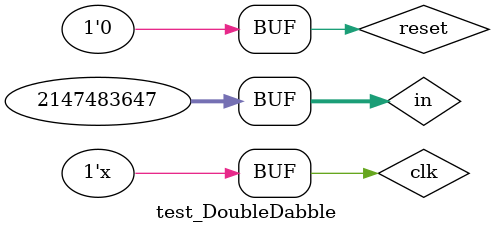
<source format=sv>
`timescale 1ns / 1ps


module test_DoubleDabble();
    logic clk,reset,idle;
    logic [31:0]in,bcd;
    
    unsigned_to_bcd u32_to_bcd_inst ( 
	.clk(clk),                       
	.reset(reset),                    
	.trigger(1'b1),                  
	.in(in),                         
	.idle(idle),                     
	.bcd(bcd));   
	
always #10 clk=~clk;
	
initial begin
 clk =0;
 reset=1;
 in=1'd0;
 #18
 reset=0;
 in=31'hffffffff;
 
 end
    	                             
endmodule

</source>
